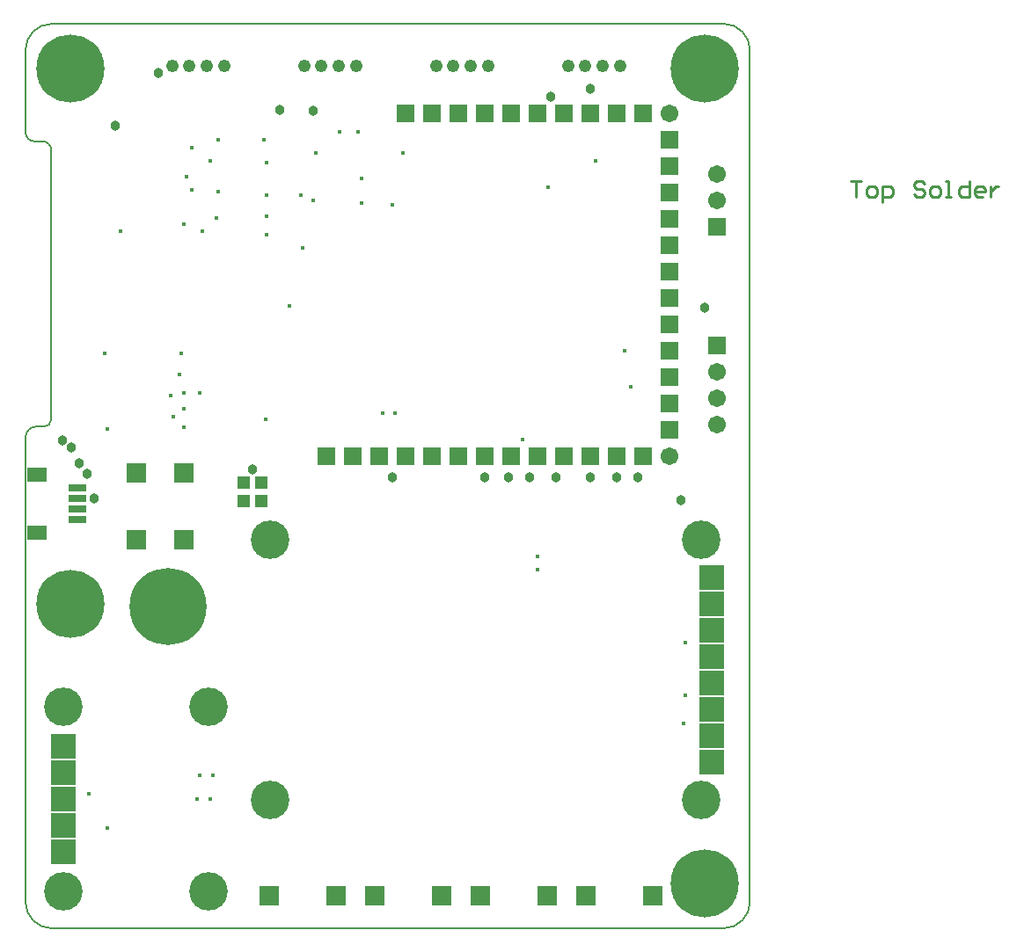
<source format=gts>
G04 Layer_Color=8388736*
%FSLAX25Y25*%
%MOIN*%
G70*
G01*
G75*
%ADD13C,0.00800*%
%ADD16C,0.01000*%
%ADD17C,0.00799*%
%ADD47R,0.05131X0.04737*%
%ADD48R,0.07687X0.05524*%
%ADD49R,0.06902X0.03162*%
%ADD50C,0.14579*%
%ADD51R,0.09687X0.09687*%
%ADD52R,0.09607X0.09607*%
%ADD53C,0.06706*%
%ADD54R,0.06706X0.06706*%
%ADD55R,0.06706X0.06706*%
%ADD56C,0.29200*%
%ADD57R,0.07600X0.07600*%
%ADD58R,0.07600X0.07600*%
%ADD59C,0.25800*%
%ADD60C,0.04800*%
%ADD61C,0.03800*%
%ADD62C,0.01500*%
D13*
X7000Y66700D02*
G03*
X9800Y69500I0J2800D01*
G01*
X4000Y66700D02*
G03*
X0Y62700I0J-4000D01*
G01*
X9800Y171500D02*
G03*
X6400Y174900I-3400J0D01*
G01*
X0Y178300D02*
G03*
X3400Y174900I3400J0D01*
G01*
X0Y-113500D02*
G03*
X10000Y-123500I10000J0D01*
G01*
X10000Y219500D02*
G03*
X0Y209500I0J-10000D01*
G01*
X274500Y209500D02*
G03*
X264500Y219500I-10000J0D01*
G01*
X264500Y-123500D02*
G03*
X274500Y-113500I0J10000D01*
G01*
X0Y178300D02*
Y209500D01*
X9800Y69500D02*
Y171500D01*
X0Y-113500D02*
Y62700D01*
X10000Y-123500D02*
X264500D01*
X274500Y-113500D02*
Y209500D01*
D16*
X312725Y159841D02*
X316723D01*
X314724D01*
Y153843D01*
X319722D02*
X321722D01*
X322722Y154842D01*
Y156842D01*
X321722Y157841D01*
X319722D01*
X318723Y156842D01*
Y154842D01*
X319722Y153843D01*
X324721Y151843D02*
Y157841D01*
X327720D01*
X328719Y156842D01*
Y154842D01*
X327720Y153843D01*
X324721D01*
X340716Y158841D02*
X339716Y159841D01*
X337717D01*
X336717Y158841D01*
Y157841D01*
X337717Y156842D01*
X339716D01*
X340716Y155842D01*
Y154842D01*
X339716Y153843D01*
X337717D01*
X336717Y154842D01*
X343715Y153843D02*
X345714D01*
X346714Y154842D01*
Y156842D01*
X345714Y157841D01*
X343715D01*
X342715Y156842D01*
Y154842D01*
X343715Y153843D01*
X348713D02*
X350712D01*
X349713D01*
Y159841D01*
X348713D01*
X357710D02*
Y153843D01*
X354711D01*
X353711Y154842D01*
Y156842D01*
X354711Y157841D01*
X357710D01*
X362708Y153843D02*
X360709D01*
X359710Y154842D01*
Y156842D01*
X360709Y157841D01*
X362708D01*
X363708Y156842D01*
Y155842D01*
X359710D01*
X365708Y157841D02*
Y153843D01*
Y155842D01*
X366707Y156842D01*
X367707Y157841D01*
X368707D01*
D17*
X4000Y66700D02*
X7000D01*
X3400Y174900D02*
X6400D01*
X10000Y219500D02*
X264500D01*
D47*
X89346Y38500D02*
D03*
X82653D02*
D03*
X82653Y45500D02*
D03*
X89346D02*
D03*
D48*
X4472Y48524D02*
D03*
Y26476D02*
D03*
D49*
X19628Y31594D02*
D03*
Y35531D02*
D03*
Y39469D02*
D03*
Y43406D02*
D03*
D50*
X256063Y-74713D02*
D03*
X92677D02*
D03*
Y23713D02*
D03*
X256063D02*
D03*
X14500Y-109500D02*
D03*
Y-39500D02*
D03*
X69500Y-109500D02*
D03*
Y-39500D02*
D03*
D51*
X260000Y9500D02*
D03*
Y-500D02*
D03*
D52*
Y-10500D02*
D03*
Y-20500D02*
D03*
Y-30500D02*
D03*
Y-40500D02*
D03*
Y-50500D02*
D03*
Y-60500D02*
D03*
X14500Y-74500D02*
D03*
Y-94500D02*
D03*
Y-84500D02*
D03*
Y-54500D02*
D03*
Y-64500D02*
D03*
D53*
X262000Y67500D02*
D03*
Y77500D02*
D03*
Y87500D02*
D03*
X244000Y185500D02*
D03*
X262000Y152500D02*
D03*
Y162500D02*
D03*
X244000Y55500D02*
D03*
D54*
X262000Y97500D02*
D03*
X244000Y165500D02*
D03*
Y85500D02*
D03*
X234000Y185500D02*
D03*
X194000D02*
D03*
X184000D02*
D03*
X174000D02*
D03*
X124000Y55500D02*
D03*
X244000Y95500D02*
D03*
Y115500D02*
D03*
X262000Y142500D02*
D03*
X244000Y175500D02*
D03*
Y155500D02*
D03*
X214000Y55500D02*
D03*
X204000D02*
D03*
X194000D02*
D03*
X184000D02*
D03*
X164000D02*
D03*
X154000D02*
D03*
X144000D02*
D03*
D55*
X224000Y185500D02*
D03*
X214000D02*
D03*
X204000D02*
D03*
X234000Y55500D02*
D03*
X244000Y105500D02*
D03*
Y125500D02*
D03*
Y135500D02*
D03*
Y145500D02*
D03*
X144000Y185500D02*
D03*
X224000Y55500D02*
D03*
X154000Y185500D02*
D03*
X164000D02*
D03*
X134000Y55500D02*
D03*
X114000D02*
D03*
X244000Y75500D02*
D03*
Y65500D02*
D03*
X174000Y55500D02*
D03*
D56*
X54000Y-1500D02*
D03*
D57*
X172402Y-111000D02*
D03*
X197598D02*
D03*
X117598D02*
D03*
X92402D02*
D03*
X157598D02*
D03*
X132402D02*
D03*
X212402D02*
D03*
X237598D02*
D03*
D58*
X42000Y23902D02*
D03*
Y49098D02*
D03*
X60000Y49098D02*
D03*
Y23902D02*
D03*
D59*
X257500Y202500D02*
D03*
Y-106500D02*
D03*
X17000Y202500D02*
D03*
Y-500D02*
D03*
D60*
X75224Y203500D02*
D03*
X68630D02*
D03*
X62134D02*
D03*
X55539D02*
D03*
X105539D02*
D03*
X112134D02*
D03*
X118630D02*
D03*
X125224D02*
D03*
X175224D02*
D03*
X168630D02*
D03*
X162134D02*
D03*
X155539D02*
D03*
X205539D02*
D03*
X212134D02*
D03*
X218630D02*
D03*
X225224D02*
D03*
D61*
X214000Y195000D02*
D03*
X199000Y192000D02*
D03*
X86000Y50500D02*
D03*
X109000Y186500D02*
D03*
X17500Y59000D02*
D03*
X14000Y61500D02*
D03*
X257500Y112000D02*
D03*
X96500Y187000D02*
D03*
X139000Y47500D02*
D03*
X174000D02*
D03*
X201000D02*
D03*
X183000D02*
D03*
X214000D02*
D03*
X224000D02*
D03*
X248500Y39000D02*
D03*
X232000Y47500D02*
D03*
X191000D02*
D03*
X50500Y201000D02*
D03*
X34000Y181000D02*
D03*
X26000Y39500D02*
D03*
X20500Y53000D02*
D03*
X23500Y49000D02*
D03*
D62*
X250000Y-35000D02*
D03*
X90300Y175500D02*
D03*
X65000Y-74500D02*
D03*
X70000D02*
D03*
X71000Y-65500D02*
D03*
X31000Y-85500D02*
D03*
X24000Y-72500D02*
D03*
X194000Y17500D02*
D03*
Y12500D02*
D03*
X60000Y79500D02*
D03*
X58500Y86500D02*
D03*
X56000Y70500D02*
D03*
X60000Y73500D02*
D03*
Y66500D02*
D03*
X30000Y94500D02*
D03*
X60000Y143500D02*
D03*
X119000Y178500D02*
D03*
X126000D02*
D03*
X63000Y156500D02*
D03*
X66000Y79500D02*
D03*
X109000Y152500D02*
D03*
X70000Y167500D02*
D03*
X73000Y175500D02*
D03*
X67000Y141000D02*
D03*
X59000Y94500D02*
D03*
X198000Y157500D02*
D03*
X216000Y167500D02*
D03*
X229500Y82000D02*
D03*
X227000Y95500D02*
D03*
X127500Y151500D02*
D03*
Y161000D02*
D03*
X143000Y170500D02*
D03*
X139000Y151000D02*
D03*
X104500Y154500D02*
D03*
X91500D02*
D03*
Y146500D02*
D03*
Y139500D02*
D03*
X105000Y134500D02*
D03*
X100000Y112500D02*
D03*
X91000Y69500D02*
D03*
X140000Y72000D02*
D03*
X135500D02*
D03*
X110000Y170500D02*
D03*
X91500Y167000D02*
D03*
X73000Y156000D02*
D03*
X72500Y146000D02*
D03*
X63000Y172500D02*
D03*
X61000Y161500D02*
D03*
X250000Y-15000D02*
D03*
X249300Y-45900D02*
D03*
X36000Y141000D02*
D03*
X31000Y66000D02*
D03*
X188500Y62000D02*
D03*
X66000Y-65500D02*
D03*
X55000Y78500D02*
D03*
M02*

</source>
